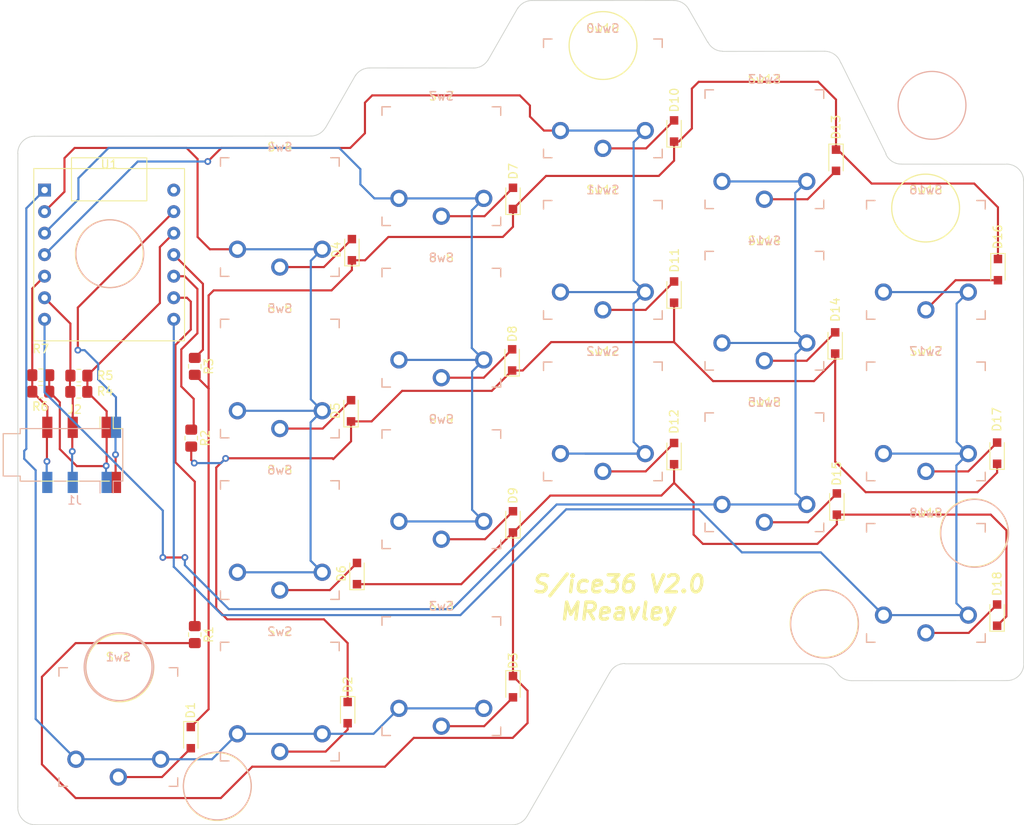
<source format=kicad_pcb>
(kicad_pcb (version 20211014) (generator pcbnew)
  (layers (0 "F.Cu" signal) (31 "B.Cu" signal) (34 "B.Paste" user) (35 "F.Paste" user) (36 "B.SilkS" user "B.Silkscreen") (37 "F.SilkS" user "F.Silkscreen") (38 "B.Mask" user) (39 "F.Mask" user) (44 "Edge.Cuts" user))
  (net 0 "")
  (net 1 "Net-(D1-Pad1)")
  (net 2 "Net-(D1-Pad2)")
  (net 3 "Net-(D11-Pad1)")
  (net 4 "Net-(D2-Pad2)")
  (net 5 "Net-(D12-Pad1)")
  (net 6 "Net-(D3-Pad2)")
  (net 7 "Net-(D4-Pad2)")
  (net 8 "Net-(D5-Pad2)")
  (net 9 "Net-(D6-Pad2)")
  (net 10 "Net-(D7-Pad2)")
  (net 11 "Net-(D8-Pad2)")
  (net 12 "Net-(D9-Pad2)")
  (net 13 "Net-(D10-Pad2)")
  (net 14 "Net-(D11-Pad2)")
  (net 15 "Net-(D12-Pad2)")
  (net 16 "Net-(D13-Pad2)")
  (net 17 "Net-(D14-Pad2)")
  (net 18 "Net-(D16-Pad2)")
  (net 19 "Net-(D17-Pad2)")
  (net 20 "Net-(D18-Pad2)")
  (net 21 "Net-(J1-PadR1)")
  (net 22 "Net-(J1-PadR2)")
  (net 23 "Net-(J1-PadS)")
  (net 24 "Net-(J1-PadT)")
  (net 25 "Net-(R1-Pad1)")
  (net 26 "Net-(R2-Pad1)")
  (net 27 "Net-(R3-Pad1)")
  (net 29 "Net-(Sw1-Pad2)")
  (net 30 "Net-(Sw4-Pad2)")
  (net 31 "Net-(Sw7-Pad2)")
  (net 32 "Net-(Sw10-Pad2)")
  (net 33 "Net-(Sw15-Pad1)")
  (net 34 "Net-(Sw15-Pad2)")
  (net 35 "Net-(Sw17-Pad2)")
  (footprint "Slice36 PCB:SW_PG1350_reversible" (layer "F.Cu") (at 32.85 155.1)
    (fp_text reference "Sw1")
    (fp_text value "choc_v1_dbl")
  )
  (footprint "Slice36 PCB:SW_PG1350_reversible" (layer "F.Cu") (at 90 80.95)
    (fp_text reference "Sw10")
    (fp_text value "choc_v1_dbl")
  )
  (footprint "Diode_SMD:D_SOD-323_HandSoldering" (layer "F.Cu") (at 98.4 84.8 90)
    (fp_text reference "D10")
    (fp_text value "1N4148WS")
  )
  (footprint "Diode_SMD:D_SOD-323_HandSoldering" (layer "F.Cu") (at 136.5 122.8 90)
    (fp_text reference "D17")
    (fp_text value "1N4148WS")
  )
  (footprint "Slice36 PCB:SW_PG1350_reversible" (layer "F.Cu") (at 51.9 152.1)
    (fp_text reference "Sw2")
    (fp_text value "choc_v1_dbl")
  )
  (footprint "Diode_SMD:D_SOD-323_HandSoldering" (layer "F.Cu") (at 41.4 156.35 -90)
    (fp_text reference "D1")
    (fp_text value "1N4148WS")
  )
  (footprint "Diode_SMD:D_SOD-323_HandSoldering" (layer "F.Cu") (at 60.3 117.8 90)
    (fp_text reference "D5")
    (fp_text value "1N4148WS")
  )
  (footprint "Resistor_SMD:R_0805_2012Metric_Pad1.20x1.40mm_HandSolder" (layer "F.Cu") (at 41.87 144.2 -90)
    (fp_text reference "R1")
    (fp_text value "10k")
  )
  (footprint "Diode_SMD:D_SOD-323_HandSoldering" (layer "F.Cu") (at 59.9 153.4 -90)
    (fp_text reference "D2")
    (fp_text value "1N4148WS")
  )
  (footprint "Slice36 PCB:SW_PG1350_reversible" (layer "F.Cu") (at 70.95 108)
    (fp_text reference "Sw8")
    (fp_text value "choc_v1_dbl")
  )
  (footprint "Diode_SMD:D_SOD-323_HandSoldering" (layer "F.Cu") (at 98.4 122.85 90)
    (fp_text reference "D12")
    (fp_text value "1N4148WS")
  )
  (footprint "Slice36 PCB:SW_PG1350_reversible" (layer "F.Cu") (at 70.95 88.95)
    (fp_text reference "Sw7")
    (fp_text value "choc_v1_dbl")
  )
  (footprint "Diode_SMD:D_SOD-323_HandSoldering" (layer "F.Cu") (at 117.4 109.8 90)
    (fp_text reference "D14")
    (fp_text value "1N4148WS")
  )
  (footprint "Diode_SMD:D_SOD-323_HandSoldering" (layer "F.Cu") (at 79.3 111.8 90)
    (fp_text reference "D8")
    (fp_text value "1N4148WS")
  )
  (footprint "Diode_SMD:D_SOD-323_HandSoldering" (layer "F.Cu") (at 117.5 88.25 -90)
    (fp_text reference "D13")
    (fp_text value "1N4148WS")
  )
  (footprint "Slice36 PCB:SW_PG1350_reversible" (layer "F.Cu") (at 109.05 125.05)
    (fp_text reference "Sw15")
    (fp_text value "choc_v1_dbl")
  )
  (footprint "Connector_Audio:Jack_3.5mm_PJ320D_Horizontal" (layer "F.Cu") (at 27.65 123)
    (fp_text reference "J2")
    (fp_text value "AudioJack4")
  )
  (footprint "Slice36 PCB:SW_PG1350_reversible" (layer "F.Cu") (at 51.9 114)
    (fp_text reference "Sw5")
    (fp_text value "choc_v1_dbl")
  )
  (footprint "Slice36 PCB:SW_PG1350_reversible" (layer "F.Cu") (at 128.1 100)
    (fp_text reference "Sw16")
    (fp_text value "choc_v1_dbl")
  )
  (footprint "Resistor_SMD:R_0805_2012Metric_Pad1.20x1.40mm_HandSolder" (layer "F.Cu") (at 28.2 113.65 180)
    (fp_text reference "R5")
    (fp_text value "10k")
  )
  (footprint "Slice36 PCB:SW_PG1350_reversible" (layer "F.Cu") (at 90 119.05)
    (fp_text reference "Sw12")
    (fp_text value "choc_v1_dbl")
  )
  (footprint "Diode_SMD:D_SOD-323_HandSoldering" (layer "F.Cu") (at 61 137 90)
    (fp_text reference "D6")
    (fp_text value "1N4148WS")
  )
  (footprint "Diode_SMD:D_SOD-323_HandSoldering" (layer "F.Cu") (at 98.4 103.8 90)
    (fp_text reference "D11")
    (fp_text value "1N4148WS")
  )
  (footprint "Resistor_SMD:R_0805_2012Metric_Pad1.20x1.40mm_HandSolder" (layer "F.Cu") (at 41.87 112.56 -90)
    (fp_text reference "R3")
    (fp_text value "10k")
  )
  (footprint "Resistor_SMD:R_0805_2012Metric_Pad1.20x1.40mm_HandSolder" (layer "F.Cu") (at 28.19 115.57 180)
    (fp_text reference "R4")
    (fp_text value "10k")
  )
  (footprint "Diode_SMD:D_SOD-323_HandSoldering" (layer "F.Cu") (at 79.4 92.75 90)
    (fp_text reference "D7")
    (fp_text value "1N4148WS")
  )
  (footprint "Slice36 PCB:SW_PG1350_reversible" (layer "F.Cu") (at 90 100)
    (fp_text reference "Sw11")
    (fp_text value "choc_v1_dbl")
  )
  (footprint "Diode_SMD:D_SOD-323_HandSoldering" (layer "F.Cu") (at 79.4 150.35 -90)
    (fp_text reference "D3")
    (fp_text value "1N4148WS")
  )
  (footprint "Slice36 PCB:SW_PG1350_reversible" (layer "F.Cu") (at 128.1 119.05)
    (fp_text reference "Sw17")
    (fp_text value "choc_v1_dbl")
  )
  (footprint "Seeeduino XIAO KICAD:Xiao THT V1" (layer "F.Cu") (at 31.77 99.23)
    (fp_text reference "U1")
    (fp_text value "SeeeduinoXIAO")
  )
  (footprint "Diode_SMD:D_SOD-323_HandSoldering" (layer "F.Cu") (at 136.6 101.15 -90)
    (fp_text reference "D16")
    (fp_text value "1N4148WS")
  )
  (footprint "Diode_SMD:D_SOD-323_HandSoldering" (layer "F.Cu") (at 60.4 98.8 90)
    (fp_text reference "D4")
    (fp_text value "1N4148WS")
  )
  (footprint "Slice36 PCB:SW_PG1350_reversible" (layer "F.Cu") (at 70.95 149.1)
    (fp_text reference "Sw3")
    (fp_text value "choc_v1_dbl")
  )
  (footprint "Slice36 PCB:SW_PG1350_reversible" (layer "F.Cu") (at 109.05 86.95)
    (fp_text reference "Sw13")
    (fp_text value "choc_v1_dbl")
  )
  (footprint "Diode_SMD:D_SOD-323_HandSoldering" (layer "F.Cu") (at 136.5 141.9 90)
    (fp_text reference "D18")
    (fp_text value "1N4148WS")
  )
  (footprint "Resistor_SMD:R_0805_2012Metric_Pad1.20x1.40mm_HandSolder" (layer "F.Cu") (at 23.7 113.6 180)
    (fp_text reference "R7")
    (fp_text value "10k")
  )
  (footprint "Slice36 PCB:SW_PG1350_reversible" (layer "F.Cu") (at 70.95 127.05)
    (fp_text reference "Sw9")
    (fp_text value "choc_v1_dbl")
  )
  (footprint "Resistor_SMD:R_0805_2012Metric_Pad1.20x1.40mm_HandSolder" (layer "F.Cu") (at 23.7 115.55 180)
    (fp_text reference "R6")
    (fp_text value "10k")
  )
  (footprint "Diode_SMD:D_SOD-323_HandSoldering" (layer "F.Cu") (at 79.4 130.9 90)
    (fp_text reference "D9")
    (fp_text value "1N4148WS")
  )
  (footprint "Slice36 PCB:SW_PG1350_reversible" (layer "F.Cu") (at 51.9 94.95)
    (fp_text reference "Sw4")
    (fp_text value "choc_v1_dbl")
  )
  (footprint "Diode_SMD:D_SOD-323_HandSoldering" (layer "F.Cu") (at 117.6 128.8 90)
    (fp_text reference "D15")
    (fp_text value "1N4148WS")
  )
  (footprint "Slice36 PCB:SW_PG1350_reversible" (layer "F.Cu") (at 51.9 133.05)
    (fp_text reference "Sw6")
    (fp_text value "choc_v1_dbl")
  )
  (footprint "Slice36 PCB:SW_PG1350_reversible" (layer "F.Cu") (at 128.1 138.1)
    (fp_text reference "Sw18")
    (fp_text value "choc_v1_dbl")
  )
  (footprint "Slice36 PCB:SW_PG1350_reversible" (layer "F.Cu") (at 109.05 106)
    (fp_text reference "Sw14")
    (fp_text value "choc_v1_dbl")
  )
  (footprint "Resistor_SMD:R_0805_2012Metric_Pad1.20x1.40mm_HandSolder" (layer "F.Cu") (at 41.45 121.025 -90)
    (fp_text reference "R2")
    (fp_text value "10k")
  )
  (footprint "Connector_Audio:Jack_3.5mm_PJ320D_Horizontal" (layer "B.Cu") (at 27.65 123)
    (fp_text reference "J1")
    (fp_text value "AudioJack4")
  )
  (gr_circle (center 133.85 132.25) (end 137.85 132.25) (layer "B.SilkS") (width 0.15) (fill none))
  (gr_circle (center 116.15 142.95) (end 120.15 142.95) (layer "B.SilkS") (width 0.15) (fill none))
  (gr_circle (center 33.016289 147.980259) (end 37.016289 147.980259) (layer "B.SilkS") (width 0.15) (fill none))
  (gr_circle (center 32.825 148.025) (end 36.825 148.025) (layer "B.SilkS") (width 0.15) (fill none))
  (gr_circle (center 44.525 162.05) (end 48.525 162.05) (layer "B.SilkS") (width 0.15) (fill none))
  (gr_circle (center 31.85 99.275) (end 35.85 99.275) (layer "B.SilkS") (width 0.15) (fill none))
  (gr_circle (center 128.825 81.775) (end 132.825 81.775) (layer "B.SilkS") (width 0.15) (fill none))
  (gr_circle (center 90.02 74.72) (end 94.02 74.72) (layer "F.SilkS") (width 0.15) (fill none))
  (gr_circle (center 44.525 162.125) (end 48.525 162.125) (layer "F.SilkS") (width 0.15) (fill none))
  (gr_circle (center 133.795789 132.195789) (end 137.795789 132.195789) (layer "F.SilkS") (width 0.15) (fill none))
  (gr_circle (center 33.025 148.125) (end 37.025 148.125) (layer "F.SilkS") (width 0.15) (fill none))
  (gr_circle (center 128.07 93.89) (end 132.07 93.89) (layer "F.SilkS") (width 0.15) (fill none))
  (gr_circle (center 31.791515 99.270274) (end 35.791515 99.270274) (layer "F.SilkS") (width 0.15) (fill none))
  (gr_circle (center 116.096772 142.892997) (end 120.096772 142.892997) (layer "F.SilkS") (width 0.15) (fill none))
  (gr_line (start 21 164.55) (end 21 87.425) (layer "Edge.Cuts") (width 0.1))
  (gr_arc (start 20.988569 87.460282) (mid 21.56 86.02) (end 22.988568 85.419883) (layer "Edge.Cuts") (width 0.1))
  (gr_line (start 22.98 166.625) (end 79.35 166.63) (layer "Edge.Cuts") (width 0.1))
  (gr_line (start 123.41 87.51) (end 118.08 76.75) (layer "Edge.Cuts") (width 0.1))
  (gr_arc (start 119.341477 149.632342) (mid 118.555729 149.475778) (end 117.89 149.03) (layer "Edge.Cuts") (width 0.1))
  (gr_arc (start 79.970575 70.326352) (mid 80.690296 69.658682) (end 81.64 69.41) (layer "Edge.Cuts") (width 0.1))
  (gr_arc (start 23.050419 166.62727) (mid 21.58 166.01) (end 20.990791 164.528114) (layer "Edge.Cuts") (width 0.1))
  (gr_line (start 104.1 75.41) (end 116.145653 75.394728) (layer "Edge.Cuts") (width 0.1))
  (gr_line (start 139.64 147.497047) (end 139.625 90.475) (layer "Edge.Cuts") (width 0.1))
  (gr_line (start 79.98 70.27) (end 76.43 76.48) (layer "Edge.Cuts") (width 0.1))
  (gr_arc (start 81.031174 165.652834) (mid 80.319761 166.363656) (end 79.35 166.63) (layer "Edge.Cuts") (width 0.1))
  (gr_line (start 62.47 77.36) (end 74.79 77.37) (layer "Edge.Cuts") (width 0.1))
  (gr_arc (start 57.28 84.404294) (mid 56.536719 85.133649) (end 55.53 85.4) (layer "Edge.Cuts") (width 0.1))
  (gr_line (start 115.8 147.64) (end 92.59141 147.64) (layer "Edge.Cuts") (width 0.1))
  (gr_line (start 117.89 149.03) (end 117.290197 148.32523) (layer "Edge.Cuts") (width 0.1))
  (gr_arc (start 116.145653 75.394728) (mid 117.324222 75.774187) (end 118.06 76.77) (layer "Edge.Cuts") (width 0.1))
  (gr_arc (start 125.231086 88.705002) (mid 124.120352 88.388128) (end 123.37 87.51) (layer "Edge.Cuts") (width 0.1))
  (gr_line (start 100.11 70.41) (end 102.38 74.35) (layer "Edge.Cuts") (width 0.1))
  (gr_arc (start 90.801411 148.715471) (mid 91.54 147.91) (end 92.59141 147.61195) (layer "Edge.Cuts") (width 0.1))
  (gr_line (start 119.341477 149.632342) (end 137.65 149.625) (layer "Edge.Cuts") (width 0.1))
  (gr_arc (start 98.354005 69.412346) (mid 99.411035 69.700409) (end 100.16 70.5) (layer "Edge.Cuts") (width 0.1))
  (gr_line (start 81.06 165.62) (end 90.801411 148.69) (layer "Edge.Cuts") (width 0.1))
  (gr_line (start 60.85 78.19) (end 57.31 84.38) (layer "Edge.Cuts") (width 0.1))
  (gr_arc (start 104.135077 75.390173) (mid 103.09938 75.092393) (end 102.38 74.29) (layer "Edge.Cuts") (width 0.1))
  (gr_line (start 81.64 69.41) (end 98.32 69.4) (layer "Edge.Cuts") (width 0.1))
  (gr_arc (start 137.569101 88.710001) (mid 139.022575 89.274094) (end 139.63 90.71) (layer "Edge.Cuts") (width 0.1))
  (gr_arc (start 115.8 147.64) (mid 116.616601 147.827116) (end 117.290197 148.32523) (layer "Edge.Cuts") (width 0.1))
  (gr_line (start 22.925 85.42) (end 55.64 85.4) (layer "Edge.Cuts") (width 0.1))
  (gr_arc (start 139.64 147.497047) (mid 139.119095 148.99) (end 137.67 149.622749) (layer "Edge.Cuts") (width 0.1))
  (gr_arc (start 76.429999 76.456619) (mid 75.71173 77.126736) (end 74.76 77.37) (layer "Edge.Cuts") (width 0.1))
  (gr_arc (start 60.810632 78.276882) (mid 61.53 77.61) (end 62.480631 77.368089) (layer "Edge.Cuts") (width 0.1))
  (gr_line (start 125.25 88.71) (end 137.485 88.72) (layer "Edge.Cuts") (width 0.1))
  (gr_text "S/ice36 V2.0\nMReavley" (at 91.825 139.85) (layer "F.SilkS") (effects (font (size 2 2) (thickness 0.4) italic)))
  (segment (start 43.5 115.19) (end 43.5 115.2) (width 0.25) (layer "F.Cu") (net 1))
  (segment (start 83.3 90.1) (end 96.6 90.1) (width 0.25) (layer "F.Cu") (net 1))
  (segment (start 43.5 115.2) (end 43.5 104.2) (width 0.25) (layer "F.Cu") (net 1))
  (segment (start 100.5 79.8) (end 101.3 79) (width 0.25) (layer "F.Cu") (net 1))
  (segment (start 117.5 81.1) (end 117.5 87) (width 0.25) (layer "F.Cu") (net 1))
  (segment (start 41.87 113.56) (end 43.5 115.19) (width 0.25) (layer "F.Cu") (net 1))
  (segment (start 136.6 93.8) (end 133.8 91) (width 0.25) (layer "F.Cu") (net 1))
  (segment (start 60.4 101.2) (end 60.4 100.05) (width 0.25) (layer "F.Cu") (net 1))
  (segment (start 121.7 91) (end 117.7 87) (width 0.25) (layer "F.Cu") (net 1))
  (segment (start 133.8 91) (end 121.7 91) (width 0.25) (layer "F.Cu") (net 1))
  (segment (start 98.95 86.05) (end 100.5 84.5) (width 0.25) (layer "F.Cu") (net 1))
  (segment (start 101.3 79) (end 115.4 79) (width 0.25) (layer "F.Cu") (net 1))
  (segment (start 43.5 153) (end 43.5 115.2) (width 0.25) (layer "F.Cu") (net 1))
  (segment (start 100.5 84.5) (end 100.5 79.8) (width 0.25) (layer "F.Cu") (net 1))
  (segment (start 58 103.6) (end 60.4 101.2) (width 0.25) (layer "F.Cu") (net 1))
  (segment (start 78.2 97.3) (end 79.4 96.1) (width 0.25) (layer "F.Cu") (net 1))
  (segment (start 43.5 104.2) (end 44.1 103.6) (width 0.25) (layer "F.Cu") (net 1))
  (segment (start 115.4 79) (end 117.5 81.1) (width 0.25) (layer "F.Cu") (net 1))
  (segment (start 136.6 99.9) (end 136.6 93.8) (width 0.25) (layer "F.Cu") (net 1))
  (segment (start 61.95 100.05) (end 64.7 97.3) (width 0.25) (layer "F.Cu") (net 1))
  (segment (start 98.4 88.3) (end 98.4 86.05) (width 0.25) (layer "F.Cu") (net 1))
  (segment (start 117.7 87) (end 117.5 87) (width 0.25) (layer "F.Cu") (net 1))
  (segment (start 79.4 94) (end 83.3 90.1) (width 0.25) (layer "F.Cu") (net 1))
  (segment (start 79.4 96.1) (end 79.4 94) (width 0.25) (layer "F.Cu") (net 1))
  (segment (start 96.6 90.1) (end 98.4 88.3) (width 0.25) (layer "F.Cu") (net 1))
  (segment (start 98.4 86.05) (end 98.95 86.05) (width 0.25) (layer "F.Cu") (net 1))
  (segment (start 41.4 155.1) (end 43.5 153) (width 0.25) (layer "F.Cu") (net 1))
  (segment (start 44.1 103.6) (end 58 103.6) (width 0.25) (layer "F.Cu") (net 1))
  (segment (start 64.7 97.3) (end 78.2 97.3) (width 0.25) (layer "F.Cu") (net 1))
  (segment (start 60.4 100.05) (end 61.95 100.05) (width 0.25) (layer "F.Cu") (net 1))
  (segment (start 38 161) (end 32.85 161) (width 0.25) (layer "F.Cu") (net 2))
  (segment (start 41.4 157.6) (end 38 161) (width 0.25) (layer "F.Cu") (net 2))
  (segment (start 59.9 145.2) (end 57.1 142.4) (width 0.25) (layer "F.Cu") (net 3))
  (segment (start 44.4 141.1) (end 44.4 124.5) (width 0.25) (layer "F.Cu") (net 3))
  (segment (start 62.725 119.05) (end 66.325 115.45) (width 0.25) (layer "F.Cu") (net 3))
  (segment (start 76.9 115.45) (end 79.3 113.05) (width 0.25) (layer "F.Cu") (net 3))
  (segment (start 45.7 142.4) (end 44.4 141.1) (width 0.25) (layer "F.Cu") (net 3))
  (segment (start 59.9 152.15) (end 59.9 145.2) (width 0.25) (layer "F.Cu") (net 3))
  (segment (start 114.9 114.3) (end 103 114.3) (width 0.25) (layer "F.Cu") (net 3))
  (segment (start 57.1 142.4) (end 45.7 142.4) (width 0.25) (layer "F.Cu") (net 3))
  (segment (start 134.2 127.4) (end 136.5 125.1) (width 0.25) (layer "F.Cu") (net 3))
  (segment (start 58.2 123.5) (end 60.3 121.4) (width 0.25) (layer "F.Cu") (net 3))
  (segment (start 60.3 121.4) (end 60.3 119.05) (width 0.25) (layer "F.Cu") (net 3))
  (segment (start 117.4 111.05) (end 117.4 123.8) (width 0.25) (layer "F.Cu") (net 3))
  (segment (start 117.4 111.05) (end 117.4 111.8) (width 0.25) (layer "F.Cu") (net 3))
  (segment (start 60.3 119.05) (end 62.725 119.05) (width 0.25) (layer "F.Cu") (net 3))
  (segment (start 41.45 122.025) (end 41.45 123.61) (width 0.25) (layer "F.Cu") (net 3))
  (segment (start 58.1 123.4) (end 58.2 123.5) (width 0.25) (layer "F.Cu") (net 3))
  (segment (start 45.5 123.4) (end 58.1 123.4) (width 0.25) (layer "F.Cu") (net 3))
  (segment (start 136.5 125.1) (end 136.5 124.05) (width 0.25) (layer "F.Cu") (net 3))
  (segment (start 83.9 109.7) (end 80.55 113.05) (width 0.25) (layer "F.Cu") (net 3))
  (segment (start 98.4 109.7) (end 83.9 109.7) (width 0.25) (layer "F.Cu") (net 3))
  (segment (start 66.325 115.45) (end 76.9 115.45) (width 0.25) (layer "F.Cu") (net 3))
  (segment (start 79.3 113.05) (end 80.55 113.05) (width 0.25) (layer "F.Cu") (net 3))
  (segment (start 121 127.4) (end 134.2 127.4) (width 0.25) (layer "F.Cu") (net 3))
  (segment (start 41.45 123.61) (end 41.81 123.97) (width 0.25) (layer "F.Cu") (net 3))
  (segment (start 44.4 124.5) (end 45.5 123.4) (width 0.25) (layer "F.Cu") (net 3))
  (segment (start 98.4 109.7) (end 98.4 105.05) (width 0.25) (layer "F.Cu") (net 3))
  (segment (start 117.4 123.8) (end 121 127.4) (width 0.25) (layer "F.Cu") (net 3))
  (segment (start 103 114.3) (end 98.4 109.7) (width 0.25) (layer "F.Cu") (net 3))
  (segment (start 117.4 111.8) (end 114.9 114.3) (width 0.25) (layer "F.Cu") (net 3))
  (via (at 41.81 123.97) (size 0.8) (drill 0.4) (layers "F.Cu" "B.Cu") (net 3))
  (via (at 45.51 123.42) (size 0.8) (drill 0.4) (layers "F.Cu" "B.Cu") (net 3))
  (segment (start 41.81 123.97) (end 44.96 123.97) (width 0.25) (layer "B.Cu") (net 3))
  (segment (start 44.96 123.97) (end 45.51 123.42) (width 0.25) (layer "B.Cu") (net 3))
  (segment (start 51.9 158) (end 57.3 158) (width 0.25) (layer "F.Cu") (net 4))
  (segment (start 59.9 155.4) (end 59.9 154.65) (width 0.25) (layer "F.Cu") (net 4))
  (segment (start 57.3 158) (end 59.9 155.4) (width 0.25) (layer "F.Cu") (net 4))
  (segment (start 27.82 145.2) (end 23.84 149.18) (width 0.25) (layer "F.Cu") (net 5))
  (segment (start 23.84 149.18) (end 23.84 159.5) (width 0.25) (layer "F.Cu") (net 5))
  (segment (start 79.4 132.15) (end 79.4 149.1) (width 0.25) (layer "F.Cu") (net 5))
  (segment (start 117.6 131.2) (end 117.6 130.05) (width 0.25) (layer "F.Cu") (net 5))
  (segment (start 137.6 131.9) (end 135.75 130.05) (width 0.25) (layer "F.Cu") (net 5))
  (segment (start 79.4 132.15) (end 79.45 132.15) (width 0.25) (layer "F.Cu") (net 5))
  (segment (start 96.9 127.8) (end 98.4 126.3) (width 0.25) (layer "F.Cu") (net 5))
  (segment (start 100.7 132.4) (end 101.8 133.5) (width 0.25) (layer "F.Cu") (net 5))
  (segment (start 64.3 159.78) (end 67.7 156.38) (width 0.25) (layer "F.Cu") (net 5))
  (segment (start 41.87 145.2) (end 27.82 145.2) (width 0.25) (layer "F.Cu") (net 5))
  (segment (start 81.12 150.82) (end 79.4 149.1) (width 0.25) (layer "F.Cu") (net 5))
  (segment (start 27.82 163.48) (end 44.94 163.48) (width 0.25) (layer "F.Cu") (net 5))
  (segment (start 23.84 159.5) (end 27.82 163.48) (width 0.25) (layer "F.Cu") (net 5))
  (segment (start 137.6 142.05) (end 137.6 131.9) (width 0.25) (layer "F.Cu") (net 5))
  (segment (start 135.75 130.05) (end 117.6 130.05) (width 0.25) (layer "F.Cu") (net 5))
  (segment (start 79.45 132.15) (end 83.8 127.8) (width 0.25) (layer "F.Cu") (net 5))
  (segment (start 48.64 159.78) (end 64.3 159.78) (width 0.25) (layer "F.Cu") (net 5))
  (segment (start 67.7 156.38) (end 79.37 156.38) (width 0.25) (layer "F.Cu") (net 5))
  (segment (start 81.12 154.63) (end 81.12 150.82) (width 0.25) (layer "F.Cu") (net 5))
  (segment (start 79.37 156.38) (end 81.12 154.63) (width 0.25) (layer "F.Cu") (net 5))
  (segment (start 83.8 127.8) (end 96.9 127.8) (width 0.25) (layer "F.Cu") (net 5))
  (segment (start 61 138.25) (end 73.3 138.25) (width 0.25) (layer "F.Cu") (net 5))
  (segment (start 98.4 126.3) (end 100.7 128.6) (width 0.25) (layer "F.Cu") (net 5))
  (segment (start 100.7 128.6) (end 100.7 132.4) (width 0.25) (layer "F.Cu") (net 5))
  (segment (start 98.4 124.1) (end 98.4 126.3) (width 0.25) (layer "F.Cu") (net 5))
  (segment (start 101.8 133.5) (end 115.3 133.5) (width 0.25) (layer "F.Cu") (net 5))
  (segment (start 73.3 138.25) (end 79.4 132.15) (width 0.25) (layer "F.Cu") (net 5))
  (segment (start 136.5 143.15) (end 137.6 142.05) (width 0.25) (layer "F.Cu") (net 5))
  (segment (start 44.94 163.48) (end 48.64 159.78) (width 0.25) (layer "F.Cu") (net 5))
  (segment (start 115.3 133.5) (end 117.6 131.2) (width 0.25) (layer "F.Cu") (net 5))
  (segment (start 79.4 151.6) (end 76 155) (width 0.25) (layer "F.Cu") (net 6))
  (segment (start 76 155) (end 70.95 155) (width 0.25) (layer "F.Cu") (net 6))
  (segment (start 60.4 97.55) (end 57.1 100.85) (width 0.25) (layer "F.Cu") (net 7))
  (segment (start 57.1 100.85) (end 51.9 100.85) (width 0.25) (layer "F.Cu") (net 7))
  (segment (start 60.3 116.55) (end 56.95 119.9) (width 0.25) (layer "F.Cu") (net 8))
  (segment (start 56.95 119.9) (end 51.9 119.9) (width 0.25) (layer "F.Cu") (net 8))
  (segment (start 57.8 138.95) (end 51.9 138.95) (width 0.25) (layer "F.Cu") (net 9))
  (segment (start 61 135.75) (end 57.8 138.95) (width 0.25) (layer "F.Cu") (net 9))
  (segment (start 76.05 94.85) (end 70.95 94.85) (width 0.25) (layer "F.Cu") (net 10))
  (segment (start 79.4 91.5) (end 76.05 94.85) (width 0.25) (layer "F.Cu") (net 10))
  (segment (start 79.3 110.55) (end 75.95 113.9) (width 0.25) (layer "F.Cu") (net 11))
  (segment (start 75.95 113.9) (end 70.95 113.9) (width 0.25) (layer "F.Cu") (net 11))
  (segment (start 79.4 129.65) (end 76.1 132.95) (width 0.25) (layer "F.Cu") (net 12))
  (segment (start 76.1 132.95) (end 70.95 132.95) (width 0.25) (layer "F.Cu") (net 12))
  (segment (start 98.4 83.55) (end 95.1 86.85) (width 0.25) (layer "F.Cu") (net 13))
  (segment (start 95.1 86.85) (end 90 86.85) (width 0.25) (layer "F.Cu") (net 13))
  (segment (start 98.4 102.55) (end 95.05 105.9) (width 0.25) (layer "F.Cu") (net 14))
  (segment (start 95.05 105.9) (end 90 105.9) (width 0.25) (layer "F.Cu") (net 14))
  (segment (start 98.4 121.6) (end 95.05 124.95) (width 0.25) (layer "F.Cu") (net 15))
  (segment (start 95.05 124.95) (end 90 124.95) (width 0.25) (layer "F.Cu") (net 15))
  (segment (start 117.5 89.5) (end 114.15 92.85) (width 0.25) (layer "F.Cu") (net 16))
  (segment (start 114.15 92.85) (end 109.05 92.85) (width 0.25) (layer "F.Cu") (net 16))
  (segment (start 117.4 108.55) (end 114.05 111.9) (width 0.25) (layer "F.Cu") (net 17))
  (segment (start 114.05 111.9) (end 109.05 111.9) (width 0.25) (layer "F.Cu") (net 17))
  (segment (start 131.6 102.4) (end 128.1 105.9) (width 0.25) (layer "F.Cu") (net 18))
  (segment (start 136.6 102.4) (end 131.6 102.4) (width 0.25) (layer "F.Cu") (net 18))
  (segment (start 133.1 124.95) (end 128.1 124.95) (width 0.25) (layer "F.Cu") (net 19))
  (segment (start 136.5 121.55) (end 133.1 124.95) (width 0.25) (layer "F.Cu") (net 19))
  (segment (start 136.5 140.65) (end 133.15 144) (width 0.25) (layer "F.Cu") (net 20))
  (segment (start 133.15 144) (end 128.1 144) (width 0.25) (layer "F.Cu") (net 20))
  (segment (start 24.15 104.47) (end 27.2 107.52) (width 0.25) (layer "F.Cu") (net 21))
  (segment (start 27.2 113.65) (end 27.2 107.52) (width 0.25) (layer "F.Cu") (net 21))
  (segment (start 27.2 115.6) (end 27.2 115.5) (width 0.25) (layer "F.Cu") (net 21))
  (segment (start 27.42 122.59) (end 27.42 120.5) (width 0.25) (layer "F.Cu") (net 21))
  (segment (start 27.15 115.45) (end 27.15 113.7) (width 0.25) (layer "F.Cu") (net 21))
  (segment (start 27.42 120.5) (end 27.43 120.49) (width 0.25) (layer "F.Cu") (net 21))
  (segment (start 27.2 115.5) (end 27.15 115.45) (width 0.25) (layer "F.Cu") (net 21))
  (segment (start 27.19 115.57) (end 27.475 115.855) (width 0.25) (layer "F.Cu") (net 21))
  (segment (start 27.15 113.7) (end 27.2 113.65) (width 0.25) (layer "F.Cu") (net 21))
  (segment (start 27.475 115.855) (end 27.475 119.75) (width 0.25) (layer "F.Cu") (net 21))
  (via (at 27.42 122.59) (size 0.8) (drill 0.4) (layers "F.Cu" "B.Cu") (net 21))
  (segment (start 27.4 122.61) (end 27.42 122.59) (width 0.25) (layer "B.Cu") (net 21))
  (segment (start 27.4 126.99) (end 27.4 122.61) (width 0.25) (layer "B.Cu") (net 21))
  (segment (start 22.7 115.55) (end 24.475 117.325) (width 0.25) (layer "F.Cu") (net 22))
  (segment (start 24.43 120.49) (end 24.43 123.77) (width 0.25) (layer "F.Cu") (net 22))
  (segment (start 22.7 103.38) (end 22.7 113.6) (width 0.25) (layer "F.Cu") (net 22))
  (segment (start 22.7 115.55) (end 22.7 113.6) (width 0.25) (layer "F.Cu") (net 22))
  (segment (start 24.475 117.325) (end 24.475 119.75) (width 0.25) (layer "F.Cu") (net 22))
  (segment (start 22.7 103.38) (end 24.15 101.93) (width 0.25) (layer "F.Cu") (net 22))
  (via (at 24.43 123.77) (size 0.8) (drill 0.4) (layers "F.Cu" "B.Cu") (net 22))
  (segment (start 24.43 123.77) (end 24.4 123.8) (width 0.25) (layer "B.Cu") (net 22))
  (segment (start 24.4 123.8) (end 24.4 126.99) (width 0.25) (layer "B.Cu") (net 22))
  (segment (start 32.53 126.99) (end 32.53 122.98) (width 0.25) (layer "F.Cu") (net 23))
  (segment (start 28.075 105.625) (end 28.075 110.65) (width 0.25) (layer "F.Cu") (net 23))
  (segment (start 28.075 105.625) (end 39.39 94.31) (width 0.25) (layer "F.Cu") (net 23))
  (segment (start 32.53 122.98) (end 32.52 122.97) (width 0.25) (layer "F.Cu") (net 23))
  (via (at 28.075 110.65) (size 0.8) (drill 0.4) (layers "F.Cu" "B.Cu") (net 23))
  (via (at 32.52 122.97) (size 0.8) (drill 0.4) (layers "F.Cu" "B.Cu") (net 23))
  (segment (start 32.575 116.2) (end 30.475 114.1) (width 0.25) (layer "B.Cu") (net 23))
  (segment (start 30.475 114.1) (end 30.475 112.25) (width 0.25) (layer "B.Cu") (net 23))
  (segment (start 30.475 112.25) (end 28.875 110.65) (width 0.25) (layer "B.Cu") (net 23))
  (segment (start 32.575 119.75) (end 32.575 116.2) (width 0.25) (layer "B.Cu") (net 23))
  (segment (start 32.52 122.97) (end 32.52 120.51) (width 0.25) (layer "B.Cu") (net 23))
  (segment (start 28.875 110.65) (end 28.075 110.65) (width 0.25) (layer "B.Cu") (net 23))
  (segment (start 32.52 120.51) (end 32.5 120.49) (width 0.25) (layer "B.Cu") (net 23))
  (segment (start 24.7 113.6) (end 24.7 115.55) (width 0.25) (layer "F.Cu") (net 24))
  (segment (start 37.75 98.49) (end 39.39 96.85) (width 0.25) (layer "F.Cu") (net 24))
  (segment (start 29.2 113.65) (end 37.75 105.1) (width 0.25) (layer "F.Cu") (net 24))
  (segment (start 29.19 115.57) (end 29.19 115.59) (width 0.25) (layer "F.Cu") (net 24))
  (segment (start 29.19 115.57) (end 31.475 117.855) (width 0.25) (layer "F.Cu") (net 24))
  (segment (start 24.7 115.55) (end 25.95 116.8) (width 0.25) (layer "F.Cu") (net 24))
  (segment (start 25.95 122.325) (end 27.95 124.325) (width 0.25) (layer "F.Cu") (net 24))
  (segment (start 29.19 115.59) (end 29.2 115.6) (width 0.25) (layer "F.Cu") (net 24))
  (segment (start 29.2 115.6) (end 29.2 113.65) (width 0.25) (layer "F.Cu") (net 24))
  (segment (start 31.475 117.855) (end 31.475 119.75) (width 0.25) (layer "F.Cu") (net 24))
  (segment (start 27.95 124.325) (end 31.385 124.325) (width 0.25) (layer "F.Cu") (net 24))
  (segment (start 25.95 116.8) (end 25.95 122.325) (width 0.25) (layer "F.Cu") (net 24))
  (segment (start 31.385 124.325) (end 31.42 124.29) (width 0.25) (layer "F.Cu") (net 24))
  (segment (start 31.475 124.235) (end 31.475 119.75) (width 0.25) (layer "F.Cu") (net 24))
  (segment (start 31.42 124.29) (end 31.475 124.235) (width 0.25) (layer "F.Cu") (net 24))
  (segment (start 37.75 105.1) (end 37.75 98.49) (width 0.25) (layer "F.Cu") (net 24))
  (via (at 31.42 124.29) (size 0.8) (drill 0.4) (layers "F.Cu" "B.Cu") (net 24))
  (segment (start 31.4 124.31) (end 31.42 124.29) (width 0.25) (layer "B.Cu") (net 24))
  (segment (start 31.4 126.99) (end 31.4 124.31) (width 0.25) (layer "B.Cu") (net 24))
  (segment (start 41.87 126.16) (end 39.59 123.88) (width 0.25) (layer "F.Cu") (net 25))
  (segment (start 39.59 110.03) (end 41.4 108.22) (width 0.25) (layer "F.Cu") (net 25))
  (segment (start 41.4 108.22) (end 41.4 104.93) (width 0.25) (layer "F.Cu") (net 25))
  (segment (start 40.94 104.47) (end 39.39 104.47) (width 0.25) (layer "F.Cu") (net 25))
  (segment (start 39.59 123.88) (end 39.59 110.03) (width 0.25) (layer "F.Cu") (net 25))
  (segment (start 41.4 104.93) (end 40.94 104.47) (width 0.25) (layer "F.Cu") (net 25))
  (segment (start 41.87 143.2) (end 41.87 126.16) (width 0.25) (layer "F.Cu") (net 25))
  (segment (start 41.74 116.39) (end 40.28 114.93) (width 0.25) (layer "F.Cu") (net 26))
  (segment (start 40.28 110.56) (end 42.18 108.66) (width 0.25) (layer "F.Cu") (net 26))
  (segment (start 42.18 108.66) (end 42.18 103.43) (width 0.25) (layer "F.Cu") (net 26))
  (segment (start 41.45 120.025) (end 41.74 119.735) (width 0.25) (layer "F.Cu") (net 26))
  (segment (start 40.28 114.93) (end 40.28 110.56) (width 0.25) (layer "F.Cu") (net 26))
  (segment (start 40.68 101.93) (end 39.39 101.93) (width 0.25) (layer "F.Cu") (net 26))
  (segment (start 42.18 103.43) (end 40.68 101.93) (width 0.25) (layer "F.Cu") (net 26))
  (segment (start 41.74 119.735) (end 41.74 116.39) (width 0.25) (layer "F.Cu") (net 26))
  (segment (start 39.39 99.39) (end 42.83 102.83) (width 0.25) (layer "F.Cu") (net 27))
  (segment (start 42.83 110.6) (end 41.87 111.56) (width 0.25) (layer "F.Cu") (net 27))
  (segment (start 42.83 102.83) (end 42.83 110.6) (width 0.25) (layer "F.Cu") (net 27))
  (segment (start 62.95 155.9) (end 65.95 152.9) (width 0.25) (layer "B.Cu") (net 29))
  (segment (start 65.95 152.9) (end 75.95 152.9) (width 0.25) (layer "B.Cu") (net 29))
  (segment (start 27.85 158.9) (end 37.85 158.9) (width 0.25) (layer "B.Cu") (net 29))
  (segment (start 46.9 155.9) (end 56.9 155.9) (width 0.25) (layer "B.Cu") (net 29))
  (segment (start 24.15 91.77) (end 22.00048 93.91952) (width 0.25) (layer "B.Cu") (net 29))
  (segment (start 21.750479 123.465793) (end 23.1 124.815314) (width 0.25) (layer "B.Cu") (net 29))
  (segment (start 37.85 158.9) (end 43.9 158.9) (width 0.25) (layer "B.Cu") (net 29))
  (segment (start 23.1 124.815314) (end 23.1 154.15) (width 0.25) (layer "B.Cu") (net 29))
  (segment (start 22.00048 122.284206) (end 21.750479 122.534207) (width 0.25) (layer "B.Cu") (net 29))
  (segment (start 21.750479 122.534207) (end 21.750479 123.465793) (width 0.25) (layer "B.Cu") (net 29))
  (segment (start 22.00048 93.91952) (end 22.00048 122.284206) (width 0.25) (layer "B.Cu") (net 29))
  (segment (start 43.9 158.9) (end 46.9 155.9) (width 0.25) (layer "B.Cu") (net 29))
  (segment (start 56.9 155.9) (end 62.95 155.9) (width 0.25) (layer "B.Cu") (net 29))
  (segment (start 23.1 154.15) (end 27.85 158.9) (width 0.25) (layer "B.Cu") (net 29))
  (segment (start 26.5 88) (end 27.7 86.8) (width 0.25) (layer "F.Cu") (net 30))
  (segment (start 42.2 88.1) (end 42.2 97.3) (width 0.25) (layer "F.Cu") (net 30))
  (segment (start 40.9 86.8) (end 42.2 88.1) (width 0.25) (layer "F.Cu") (net 30))
  (segment (start 27.7 86.8) (end 40.9 86.8) (width 0.25) (layer "F.Cu") (net 30))
  (segment (start 43.65 98.75) (end 46.9 98.75) (width 0.25) (layer "F.Cu") (net 30))
  (segment (start 24.15 94.31) (end 26.5 91.96) (width 0.25) (layer "F.Cu") (net 30))
  (segment (start 42.2 97.3) (end 43.65 98.75) (width 0.25) (layer "F.Cu") (net 30))
  (segment (start 26.5 91.96) (end 26.5 88) (width 0.25) (layer "F.Cu") (net 30))
  (segment (start 46.9 136.85) (end 56.9 136.85) (width 0.25) (layer "B.Cu") (net 30))
  (segment (start 55.528719 135.478719) (end 56.9 136.85) (width 0.25) (layer "B.Cu") (net 30))
  (segment (start 55.528719 119.171281) (end 55.528719 135.478719) (width 0.25) (layer "B.Cu") (net 30))
  (segment (start 55.554228 116.454228) (end 55.554228 100.095772) (width 0.25) (layer "B.Cu") (net 30))
  (segment (start 46.9 98.75) (end 56.9 98.75) (width 0.25) (layer "B.Cu") (net 30))
  (segment (start 56.9 117.8) (end 55.528719 119.171281) (width 0.25) (layer "B.Cu") (net 30))
  (segment (start 56.9 98.75) (end 55.554228 100.095772) (width 0.25) (layer "B.Cu") (net 30))
  (segment (start 56.9 117.8) (end 46.9 117.8) (width 0.25) (layer "B.Cu") (net 30))
  (segment (start 55.554228 116.454228) (end 56.9 117.8) (width 0.25) (layer "B.Cu") (net 30))
  (segment (start 63.05 92.75) (end 65.95 92.75) (width 0.25) (layer "B.Cu") (net 31))
  (segment (start 61.4 91.1) (end 63.05 92.75) (width 0.25) (layer "B.Cu") (net 31))
  (segment (start 74.578719 113.171281) (end 74.578719 129.478719) (width 0.25) (layer "B.Cu") (net 31))
  (segment (start 74.578719 129.478719) (end 75.95 130.85) (width 0.25) (layer "B.Cu") (net 31))
  (segment (start 75.95 111.8) (end 74.578719 113.171281) (width 0.25) (layer "B.Cu") (net 31))
  (segment (start 61.4 89.3) (end 61.4 91.1) (width 0.25) (layer "B.Cu") (net 31))
  (segment (start 75.95 92.75) (end 74.541314 94.158686) (width 0.25) (layer "B.Cu") (net 31))
  (segment (start 65.95 92.75) (end 75.95 92.75) (width 0.25) (layer "B.Cu") (net 31))
  (segment (start 24.15 96.85) (end 28.143 92.857) (width 0.25) (layer "B.Cu") (net 31))
  (segment (start 74.541314 94.158686) (end 74.541314 110.391314) (width 0.25) (layer "B.Cu") (net 31))
  (segment (start 31.7 86.8) (end 58.9 86.8) (width 0.25) (layer "B.Cu") (net 31))
  (segment (start 58.9 86.8) (end 61.4 89.3) (width 0.25) (layer "B.Cu") (net 31))
  (segment (start 28.143 90.357) (end 31.7 86.8) (width 0.25) (layer "B.Cu") (net 31))
  (segment (start 65.95 111.8) (end 75.95 111.8) (width 0.25) (layer "B.Cu") (net 31))
  (segment (start 74.541314 110.391314) (end 75.95 111.8) (width 0.25) (layer "B.Cu") (net 31))
  (segment (start 65.95 130.85) (end 75.95 130.85) (width 0.25) (layer "B.Cu") (net 31))
  (segment (start 28.143 92.857) (end 28.143 90.357) (width 0.25) (layer "B.Cu") (net 31))
  (segment (start 45 86.8) (end 43.4 88.4) (width 0.25) (layer "F.Cu") (net 32))
  (segment (start 61.94 81.46) (end 61.94 85.06) (width 0.25) (layer "F.Cu") (net 32))
  (segment (start 81.4 83.1) (end 81.4 81.8) (width 0.25) (layer "F.Cu") (net 32))
  (segment (start 83.05 84.75) (end 81.4 83.1) (width 0.25) (layer "F.Cu") (net 32))
  (segment (start 80.2 80.6) (end 62.8 80.6) (width 0.25) (layer "F.Cu") (net 32))
  (segment (start 61.94 85.06) (end 60.2 86.8) (width 0.25) (layer "F.Cu") (net 32))
  (segment (start 60.2 86.8) (end 45 86.8) (width 0.25) (layer "F.Cu") (net 32))
  (segment (start 85 84.75) (end 83.05 84.75) (width 0.25) (layer "F.Cu") (net 32))
  (segment (start 62.8 80.6) (end 61.94 81.46) (width 0.25) (layer "F.Cu") (net 32))
  (segment (start 81.4 81.8) (end 80.2 80.6) (width 0.25) (layer "F.Cu") (net 32))
  (via (at 43.4 88.4) (size 0.8) (drill 0.4) (layers "F.Cu" "B.Cu") (net 32))
  (segment (start 24.15 99.39) (end 35.14 88.4) (width 0.25) (layer "B.Cu") (net 32))
  (segment (start 93.628719 105.171281) (end 93.628719 121.478719) (width 0.25) (layer "B.Cu") (net 32))
  (segment (start 85 103.8) (end 95 103.8) (width 0.25) (layer "B.Cu") (net 32))
  (segment (start 35.14 88.4) (end 43.4 88.4) (width 0.25) (layer "B.Cu") (net 32))
  (segment (start 95 122.85) (end 87.89 122.85) (width 0.25) (layer "B.Cu") (net 32))
  (segment (start 93.628719 102.428719) (end 95 103.8) (width 0.25) (layer "B.Cu") (net 32))
  (segment (start 95 103.8) (end 93.628719 105.171281) (width 0.25) (layer "B.Cu") (net 32))
  (segment (start 85 84.75) (end 95 84.75) (width 0.25) (layer "B.Cu") (net 32))
  (segment (start 85 122.85) (end 95 122.85) (width 0.25) (layer "B.Cu") (net 32))
  (segment (start 95 84.75) (end 93.628719 86.121281) (width 0.25) (layer "B.Cu") (net 32))
  (segment (start 93.628719 86.121281) (end 93.628719 102.428719) (width 0.25) (layer "B.Cu") (net 32))
  (segment (start 93.628719 121.478719) (end 95 122.85) (width 0.25) (layer "B.Cu") (net 32))
  (segment (start 114.2 130.95) (end 109.05 130.95) (width 0.25) (layer "F.Cu") (net 33))
  (segment (start 117.6 127.55) (end 114.2 130.95) (width 0.25) (layer "F.Cu") (net 33))
  (segment (start 38.1 135.1) (end 40.7 135.1) (width 0.25) (layer "F.Cu") (net 34))
  (via (at 40.7 135.1) (size 0.8) (drill 0.4) (layers "F.Cu" "B.Cu") (net 34))
  (via (at 38.1 135.1) (size 0.8) (drill 0.4) (layers "F.Cu" "B.Cu") (net 34))
  (segment (start 104.05 128.85) (end 84.55 128.85) (width 0.25) (layer "B.Cu") (net 34))
  (segment (start 38.1 129.575305) (end 38.1 135.1) (width 0.25) (layer "B.Cu") (net 34))
  (segment (start 104.05 90.75) (end 114.05 90.75) (width 0.25) (layer "B.Cu") (net 34))
  (segment (start 112.766314 127.566314) (end 114.05 128.85) (width 0.25) (layer "B.Cu") (net 34))
  (segment (start 104.05 109.8) (end 114.05 109.8) (width 0.25) (layer "B.Cu") (net 34))
  (segment (start 112.723749 127.566314) (end 112.766314 127.566314) (width 0.25) (layer "B.Cu") (net 34))
  (segment (start 24.15 107.01) (end 24.15 115.625305) (width 0.25) (layer "B.Cu") (net 34))
  (segment (start 40.7 135.1) (end 40.7 136.009) (width 0.25) (layer "B.Cu") (net 34))
  (segment (start 112.691314 108.441314) (end 114.05 109.8) (width 0.25) (layer "B.Cu") (net 34))
  (segment (start 112.723749 127.566314) (end 112.723749 111.126251) (width 0.25) (layer "B.Cu") (net 34))
  (segment (start 24.15 115.625305) (end 38.1 129.575305) (width 0.25) (layer "B.Cu") (net 34))
  (segment (start 84.55 128.85) (end 72.2 141.2) (width 0.25) (layer "B.Cu") (net 34))
  (segment (start 104.05 128.85) (end 114.05 128.85) (width 0.25) (layer "B.Cu") (net 34))
  (segment (start 45.891 141.2) (end 72.2 141.2) (width 0.25) (layer "B.Cu") (net 34))
  (segment (start 114.05 90.75) (end 112.691314 92.108686) (width 0.25) (layer "B.Cu") (net 34))
  (segment (start 112.691314 92.108686) (end 112.691314 108.441314) (width 0.25) (layer "B.Cu") (net 34))
  (segment (start 40.7 136.009) (end 45.891 141.2) (width 0.25) (layer "B.Cu") (net 34))
  (segment (start 112.723749 111.126251) (end 114.05 109.8) (width 0.25) (layer "B.Cu") (net 34))
  (segment (start 131.728719 105.171281) (end 131.728719 121.478719) (width 0.25) (layer "B.Cu") (net 35))
  (segment (start 106.4 134.5) (end 101.325 129.425) (width 0.25) (layer "B.Cu") (net 35))
  (segment (start 115.7 134.5) (end 106.4 134.5) (width 0.25) (layer "B.Cu") (net 35))
  (segment (start 131.7 140.5) (end 133.1 141.9) (width 0.25) (layer "B.Cu") (net 35))
  (segment (start 133.1 103.8) (end 131.728719 105.171281) (width 0.25) (layer "B.Cu") (net 35))
  (segment (start 131.728719 121.478719) (end 133.1 122.85) (width 0.25) (layer "B.Cu") (net 35))
  (segment (start 133.1 141.9) (end 123.1 141.9) (width 0.25) (layer "B.Cu") (net 35))
  (segment (start 131.7 124.25) (end 133.1 122.85) (width 0.25) (layer "B.Cu") (net 35))
  (segment (start 39.39 136.21) (end 39.39 107.01) (width 0.25) (layer "B.Cu") (net 35))
  (segment (start 85.675 129.425) (end 73.2 141.9) (width 0.25) (layer "B.Cu") (net 35))
  (segment (start 45.1 141.9) (end 73.2 141.9) (width 0.25) (layer "B.Cu") (net 35))
  (segment (start 131.7 124.25) (end 131.7 140.5) (width 0.25) (layer "B.Cu") (net 35))
  (segment (start 39.39 136.21) (end 39.41 136.21) (width 0.25) (layer "B.Cu") (net 35))
  (segment (start 123.1 103.8) (end 133.1 103.8) (width 0.25) (layer "B.Cu") (net 35))
  (segment (start 101.325 129.425) (end 85.675 129.425) (width 0.25) (layer "B.Cu") (net 35))
  (segment (start 39.41 136.21) (end 45.1 141.9) (width 0.25) (layer "B.Cu") (net 35))
  (segment (start 123.1 122.85) (end 133.1 122.85) (width 0.25) (layer "B.Cu") (net 35))
  (segment (start 123.1 141.9) (end 115.7 134.5) (width 0.25) (layer "B.Cu") (net 35))
)
</source>
